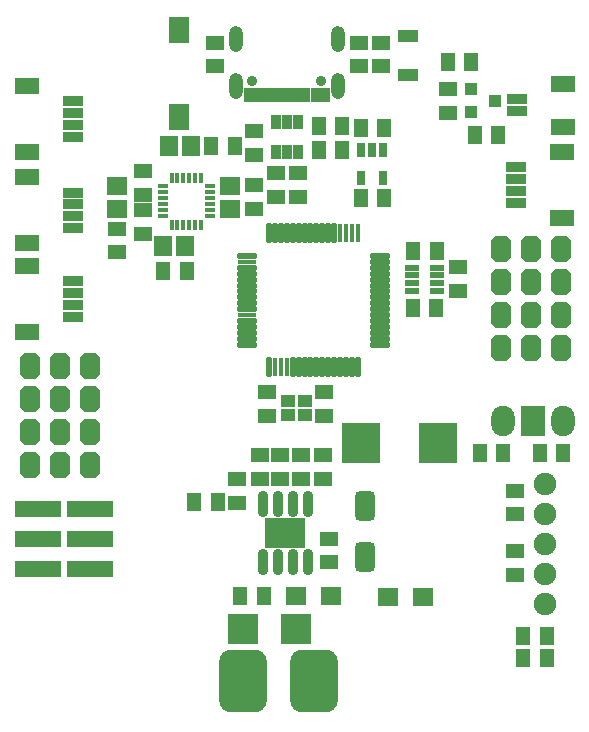
<source format=gts>
G04*
G04 #@! TF.GenerationSoftware,Altium Limited,Altium Designer,19.0.15 (446)*
G04*
G04 Layer_Color=8388736*
%FSLAX23Y23*%
%MOIN*%
G70*
G01*
G75*
G04:AMPARAMS|DCode=57|XSize=86mil|YSize=32mil|CornerRadius=10mil|HoleSize=0mil|Usage=FLASHONLY|Rotation=270.000|XOffset=0mil|YOffset=0mil|HoleType=Round|Shape=RoundedRectangle|*
%AMROUNDEDRECTD57*
21,1,0.086,0.011,0,0,270.0*
21,1,0.065,0.032,0,0,270.0*
1,1,0.021,-0.005,-0.032*
1,1,0.021,-0.005,0.032*
1,1,0.021,0.005,0.032*
1,1,0.021,0.005,-0.032*
%
%ADD57ROUNDEDRECTD57*%
%ADD58R,0.138X0.103*%
%ADD59R,0.045X0.059*%
%ADD60R,0.047X0.022*%
%ADD61R,0.059X0.045*%
%ADD62R,0.045X0.041*%
%ADD63R,0.128X0.136*%
G04:AMPARAMS|DCode=64|XSize=100mil|YSize=69mil|CornerRadius=19mil|HoleSize=0mil|Usage=FLASHONLY|Rotation=270.000|XOffset=0mil|YOffset=0mil|HoleType=Round|Shape=RoundedRectangle|*
%AMROUNDEDRECTD64*
21,1,0.100,0.031,0,0,270.0*
21,1,0.061,0.069,0,0,270.0*
1,1,0.039,-0.015,-0.031*
1,1,0.039,-0.015,0.031*
1,1,0.039,0.015,0.031*
1,1,0.039,0.015,-0.031*
%
%ADD64ROUNDEDRECTD64*%
%ADD65R,0.099X0.099*%
%ADD66R,0.071X0.063*%
%ADD67R,0.037X0.018*%
%ADD68R,0.018X0.037*%
%ADD69R,0.059X0.071*%
%ADD70R,0.071X0.059*%
G04:AMPARAMS|DCode=71|XSize=66mil|YSize=19mil|CornerRadius=5mil|HoleSize=0mil|Usage=FLASHONLY|Rotation=180.000|XOffset=0mil|YOffset=0mil|HoleType=Round|Shape=RoundedRectangle|*
%AMROUNDEDRECTD71*
21,1,0.066,0.008,0,0,180.0*
21,1,0.055,0.019,0,0,180.0*
1,1,0.011,-0.028,0.004*
1,1,0.011,0.028,0.004*
1,1,0.011,0.028,-0.004*
1,1,0.011,-0.028,-0.004*
%
%ADD71ROUNDEDRECTD71*%
G04:AMPARAMS|DCode=72|XSize=63mil|YSize=13mil|CornerRadius=5mil|HoleSize=0mil|Usage=FLASHONLY|Rotation=180.000|XOffset=0mil|YOffset=0mil|HoleType=Round|Shape=RoundedRectangle|*
%AMROUNDEDRECTD72*
21,1,0.063,0.004,0,0,180.0*
21,1,0.054,0.013,0,0,180.0*
1,1,0.009,-0.027,0.002*
1,1,0.009,0.027,0.002*
1,1,0.009,0.027,-0.002*
1,1,0.009,-0.027,-0.002*
%
%ADD72ROUNDEDRECTD72*%
G04:AMPARAMS|DCode=73|XSize=66mil|YSize=19mil|CornerRadius=5mil|HoleSize=0mil|Usage=FLASHONLY|Rotation=90.000|XOffset=0mil|YOffset=0mil|HoleType=Round|Shape=RoundedRectangle|*
%AMROUNDEDRECTD73*
21,1,0.066,0.008,0,0,90.0*
21,1,0.055,0.019,0,0,90.0*
1,1,0.011,0.004,0.028*
1,1,0.011,0.004,-0.028*
1,1,0.011,-0.004,-0.028*
1,1,0.011,-0.004,0.028*
%
%ADD73ROUNDEDRECTD73*%
G04:AMPARAMS|DCode=74|XSize=63mil|YSize=13mil|CornerRadius=5mil|HoleSize=0mil|Usage=FLASHONLY|Rotation=90.000|XOffset=0mil|YOffset=0mil|HoleType=Round|Shape=RoundedRectangle|*
%AMROUNDEDRECTD74*
21,1,0.063,0.004,0,0,90.0*
21,1,0.054,0.013,0,0,90.0*
1,1,0.009,0.002,0.027*
1,1,0.009,0.002,-0.027*
1,1,0.009,-0.002,-0.027*
1,1,0.009,-0.002,0.027*
%
%ADD74ROUNDEDRECTD74*%
%ADD75R,0.043X0.039*%
%ADD76R,0.028X0.045*%
%ADD77R,0.034X0.047*%
%ADD78R,0.079X0.055*%
%ADD79R,0.069X0.032*%
%ADD80R,0.069X0.032*%
%ADD81R,0.079X0.055*%
G04:AMPARAMS|DCode=82|XSize=158mil|YSize=208mil|CornerRadius=42mil|HoleSize=0mil|Usage=FLASHONLY|Rotation=0.000|XOffset=0mil|YOffset=0mil|HoleType=Round|Shape=RoundedRectangle|*
%AMROUNDEDRECTD82*
21,1,0.158,0.125,0,0,0.0*
21,1,0.075,0.208,0,0,0.0*
1,1,0.083,0.038,-0.063*
1,1,0.083,-0.038,-0.063*
1,1,0.083,-0.038,0.063*
1,1,0.083,0.038,0.063*
%
%ADD82ROUNDEDRECTD82*%
%ADD83R,0.020X0.047*%
%ADD84R,0.032X0.047*%
%ADD85R,0.067X0.043*%
%ADD86R,0.067X0.087*%
%ADD87R,0.158X0.058*%
%ADD88O,0.047X0.087*%
%ADD89C,0.036*%
%ADD90C,0.075*%
%ADD91O,0.079X0.102*%
%ADD92R,0.079X0.102*%
G04:AMPARAMS|DCode=93|XSize=88mil|YSize=68mil|CornerRadius=0mil|HoleSize=0mil|Usage=FLASHONLY|Rotation=90.000|XOffset=0mil|YOffset=0mil|HoleType=Round|Shape=Octagon|*
%AMOCTAGOND93*
4,1,8,0.017,0.044,-0.017,0.044,-0.034,0.027,-0.034,-0.027,-0.017,-0.044,0.017,-0.044,0.034,-0.027,0.034,0.027,0.017,0.044,0.0*
%
%ADD93OCTAGOND93*%

D57*
X975Y702D02*
D03*
X925D02*
D03*
X875D02*
D03*
X825D02*
D03*
Y508D02*
D03*
X875D02*
D03*
X925D02*
D03*
X975D02*
D03*
D58*
X900Y605D02*
D03*
D59*
X1326Y1355D02*
D03*
X1404D02*
D03*
X1326Y1545D02*
D03*
X1405D02*
D03*
X1548Y872D02*
D03*
X1626D02*
D03*
X1826D02*
D03*
X1748D02*
D03*
X1771Y187D02*
D03*
X1693Y187D02*
D03*
X1771Y262D02*
D03*
X1693D02*
D03*
X750Y395D02*
D03*
X829D02*
D03*
X596Y709D02*
D03*
X675D02*
D03*
X494Y1478D02*
D03*
X572D02*
D03*
X653Y1896D02*
D03*
X731D02*
D03*
X1532Y1932D02*
D03*
X1610D02*
D03*
X1519Y2176D02*
D03*
X1441D02*
D03*
X1229Y1720D02*
D03*
X1151Y1720D02*
D03*
X1089Y1880D02*
D03*
X1011Y1880D02*
D03*
X1151Y1955D02*
D03*
X1229Y1955D02*
D03*
X1011Y1960D02*
D03*
X1090D02*
D03*
D60*
X1324Y1437D02*
D03*
Y1463D02*
D03*
Y1412D02*
D03*
Y1488D02*
D03*
X1407Y1412D02*
D03*
Y1488D02*
D03*
Y1437D02*
D03*
Y1463D02*
D03*
D61*
X1476Y1411D02*
D03*
Y1490D02*
D03*
X1030Y1074D02*
D03*
X1030Y996D02*
D03*
X839D02*
D03*
X839Y1074D02*
D03*
X1667Y746D02*
D03*
Y668D02*
D03*
Y466D02*
D03*
Y544D02*
D03*
X1045Y508D02*
D03*
X1045Y586D02*
D03*
X1025Y786D02*
D03*
Y864D02*
D03*
X951D02*
D03*
Y786D02*
D03*
X881D02*
D03*
X881Y864D02*
D03*
X816Y786D02*
D03*
Y864D02*
D03*
X739Y704D02*
D03*
Y783D02*
D03*
X340Y1619D02*
D03*
Y1541D02*
D03*
X425Y1810D02*
D03*
Y1731D02*
D03*
Y1602D02*
D03*
Y1681D02*
D03*
X795Y1686D02*
D03*
Y1765D02*
D03*
X942Y1726D02*
D03*
Y1804D02*
D03*
X868Y1726D02*
D03*
Y1804D02*
D03*
X795Y1944D02*
D03*
Y1866D02*
D03*
X1443Y2083D02*
D03*
Y2005D02*
D03*
X1220Y2161D02*
D03*
Y2239D02*
D03*
X1145D02*
D03*
Y2161D02*
D03*
X665Y2239D02*
D03*
Y2161D02*
D03*
D62*
X965Y1043D02*
D03*
Y997D02*
D03*
X908D02*
D03*
Y1043D02*
D03*
D63*
X1152Y905D02*
D03*
X1408D02*
D03*
D64*
X1165Y526D02*
D03*
Y694D02*
D03*
D65*
X758Y285D02*
D03*
X936D02*
D03*
D66*
X1359Y390D02*
D03*
X1241D02*
D03*
X936Y395D02*
D03*
X1054D02*
D03*
D67*
X491Y1760D02*
D03*
Y1740D02*
D03*
Y1720D02*
D03*
Y1701D02*
D03*
Y1681D02*
D03*
Y1661D02*
D03*
X649D02*
D03*
Y1681D02*
D03*
Y1701D02*
D03*
Y1720D02*
D03*
Y1740D02*
D03*
Y1760D02*
D03*
D68*
X619Y1632D02*
D03*
X600D02*
D03*
X580D02*
D03*
X560D02*
D03*
X540D02*
D03*
X521D02*
D03*
Y1789D02*
D03*
X540D02*
D03*
X560D02*
D03*
X580D02*
D03*
X600D02*
D03*
X619D02*
D03*
D69*
X513Y1895D02*
D03*
X587D02*
D03*
X493Y1560D02*
D03*
X567D02*
D03*
D70*
X715Y1760D02*
D03*
Y1685D02*
D03*
X340D02*
D03*
Y1760D02*
D03*
D71*
X1217Y1232D02*
D03*
Y1252D02*
D03*
Y1272D02*
D03*
Y1291D02*
D03*
Y1311D02*
D03*
Y1331D02*
D03*
Y1350D02*
D03*
Y1370D02*
D03*
Y1390D02*
D03*
Y1410D02*
D03*
Y1429D02*
D03*
Y1449D02*
D03*
Y1469D02*
D03*
Y1488D02*
D03*
Y1508D02*
D03*
Y1528D02*
D03*
X771D02*
D03*
Y1488D02*
D03*
Y1469D02*
D03*
Y1449D02*
D03*
Y1429D02*
D03*
Y1410D02*
D03*
Y1390D02*
D03*
Y1370D02*
D03*
Y1350D02*
D03*
Y1311D02*
D03*
Y1291D02*
D03*
Y1272D02*
D03*
Y1252D02*
D03*
Y1232D02*
D03*
D72*
Y1508D02*
D03*
Y1331D02*
D03*
D73*
X846Y1157D02*
D03*
X925D02*
D03*
X945D02*
D03*
X965D02*
D03*
X984D02*
D03*
X1004D02*
D03*
X1024D02*
D03*
X1043D02*
D03*
X1063D02*
D03*
X1083D02*
D03*
X1102D02*
D03*
X1122D02*
D03*
X1142D02*
D03*
X1063Y1603D02*
D03*
X1043D02*
D03*
X1024D02*
D03*
X1004D02*
D03*
X984D02*
D03*
X965D02*
D03*
X945D02*
D03*
X925D02*
D03*
X905D02*
D03*
X886D02*
D03*
X866D02*
D03*
X846D02*
D03*
D74*
X866Y1157D02*
D03*
X886D02*
D03*
X905D02*
D03*
X1142Y1603D02*
D03*
X1122D02*
D03*
X1102D02*
D03*
X1083D02*
D03*
D75*
X1598Y2046D02*
D03*
X1519Y2084D02*
D03*
Y2009D02*
D03*
D76*
X1227Y1882D02*
D03*
X1190D02*
D03*
X1153D02*
D03*
Y1788D02*
D03*
X1227D02*
D03*
D77*
X942Y1976D02*
D03*
X905D02*
D03*
X868D02*
D03*
Y1874D02*
D03*
X905D02*
D03*
X942D02*
D03*
D78*
X39Y1875D02*
D03*
Y2095D02*
D03*
X1821Y1875D02*
D03*
Y1655D02*
D03*
X39Y1570D02*
D03*
Y1790D02*
D03*
Y1275D02*
D03*
Y1495D02*
D03*
D79*
X191Y1926D02*
D03*
Y1965D02*
D03*
Y2005D02*
D03*
Y2044D02*
D03*
X1669Y1824D02*
D03*
Y1785D02*
D03*
Y1745D02*
D03*
Y1706D02*
D03*
X191Y1621D02*
D03*
Y1660D02*
D03*
Y1700D02*
D03*
Y1739D02*
D03*
Y1326D02*
D03*
Y1365D02*
D03*
Y1405D02*
D03*
Y1444D02*
D03*
D80*
X1672Y2010D02*
D03*
Y2050D02*
D03*
D81*
X1825Y1959D02*
D03*
Y2101D02*
D03*
D82*
X759Y110D02*
D03*
X995D02*
D03*
D83*
X875Y2063D02*
D03*
X895Y2063D02*
D03*
X836Y2063D02*
D03*
X855Y2063D02*
D03*
X934Y2063D02*
D03*
X914Y2063D02*
D03*
X973Y2063D02*
D03*
X954Y2063D02*
D03*
D84*
X778Y2063D02*
D03*
X808Y2063D02*
D03*
X1032Y2063D02*
D03*
X1001Y2063D02*
D03*
D85*
X1310Y2260D02*
D03*
Y2130D02*
D03*
D86*
X545Y2280D02*
D03*
Y1990D02*
D03*
D87*
X75Y685D02*
D03*
X250D02*
D03*
X75Y585D02*
D03*
X250D02*
D03*
X75Y485D02*
D03*
X250D02*
D03*
D88*
X735Y2095D02*
D03*
X735Y2251D02*
D03*
X1075Y2251D02*
D03*
X1075Y2095D02*
D03*
D89*
X1019Y2110D02*
D03*
X790Y2110D02*
D03*
D90*
X1767Y467D02*
D03*
Y367D02*
D03*
Y567D02*
D03*
Y667D02*
D03*
Y767D02*
D03*
D91*
X1627Y977D02*
D03*
X1827D02*
D03*
D92*
X1727D02*
D03*
D93*
X1620Y1440D02*
D03*
X1720D02*
D03*
X1820D02*
D03*
X1620Y1550D02*
D03*
X1720D02*
D03*
X1820D02*
D03*
X1620Y1220D02*
D03*
X1720D02*
D03*
X1820D02*
D03*
X1620Y1330D02*
D03*
X1720D02*
D03*
X1820D02*
D03*
X250Y830D02*
D03*
X150D02*
D03*
X50D02*
D03*
X250Y940D02*
D03*
X150D02*
D03*
X50D02*
D03*
X250Y1050D02*
D03*
X150D02*
D03*
X50D02*
D03*
X250Y1160D02*
D03*
X150D02*
D03*
X50D02*
D03*
M02*

</source>
